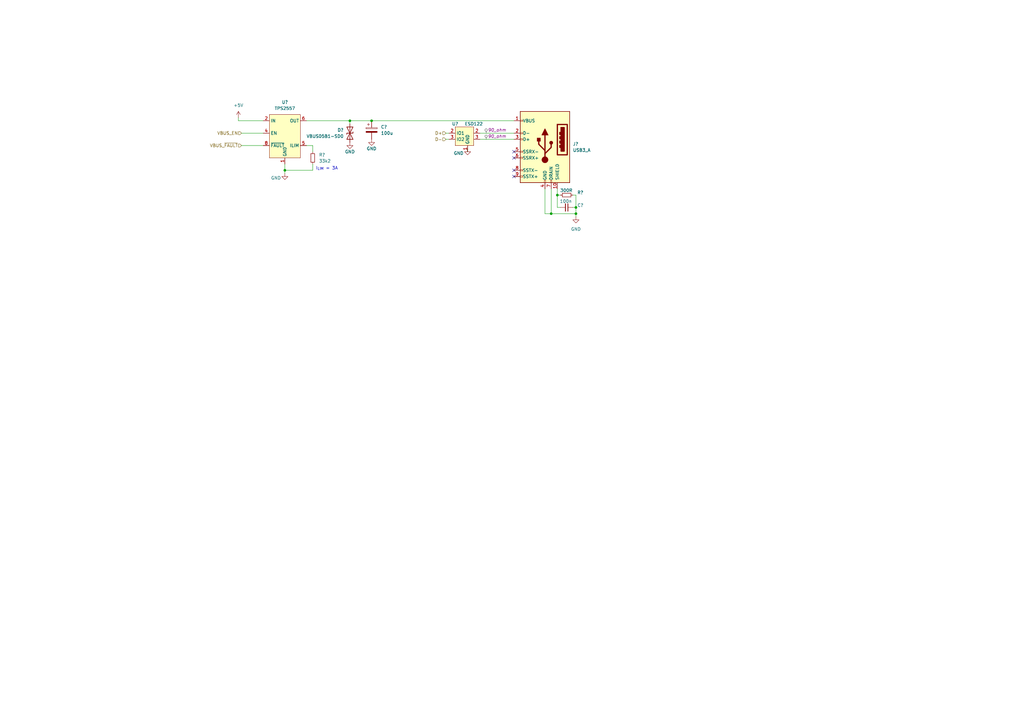
<source format=kicad_sch>
(kicad_sch (version 20230121) (generator eeschema)
  (paper "A3")
  (lib_symbols
    (symbol "Connector:USB3_A" (pin_names (offset 1.016))
      (property "Reference" "J4" (at -11.43 0.635 0))
      (property "Value" "USB3_A" (at -11.43 -1.905 0))
      (symbol "USB3_A_0_0"
        (rectangle (start -9.144 8.636) (end -5.08 -3.81) (stroke (width 0.508)))
        (rectangle (start -7.874 7.366) (end -6.604 -2.286) (stroke (width 0.508)) (fill (type outline)))
        (rectangle (start -6.35 0) (end -6.096 -0.762) (stroke (width 0.508)))
        (rectangle (start -6.35 1.778) (end -6.096 1.016) (stroke (width 0.508)))
        (rectangle (start -6.35 3.556) (end -6.096 2.794) (stroke (width 0.508)))
        (rectangle (start -6.35 5.334) (end -6.096 4.572) (stroke (width 0.508)))
        (rectangle (start -2.794 -15.24) (end -2.286 -14.224))
        (rectangle (start -0.254 -15.24) (end 0.254 -14.224))
        (rectangle (start 10.16 -12.446) (end 9.144 -12.954))
        (rectangle (start 10.16 -9.906) (end 9.144 -10.414))
        (rectangle (start 10.16 -4.826) (end 9.144 -5.334))
        (rectangle (start 10.16 -2.286) (end 9.144 -2.794))
        (rectangle (start 10.16 2.794) (end 9.144 2.286))
        (rectangle (start 10.16 5.334) (end 9.144 4.826))
        (rectangle (start 10.16 10.414) (end 9.144 9.906))
      )
      (symbol "USB3_A_0_1"
        (rectangle (start -10.16 13.97) (end 10.16 -15.24) (stroke (width 0.254)) (fill (type background)))
      )
      (symbol "USB3_A_1_1"
        (circle (center -2.54 1.143) (radius 0.635) (stroke (width 0.254)) (fill (type outline)))
        (circle (center 0 -5.842) (radius 1.27) (fill (type outline)))
        (polyline (pts (xy 0 -5.842) (xy 0 4.318)) (stroke (width 0.508)))
        (polyline (pts (xy 0 -3.302) (xy -2.54 -0.762) (xy -2.54 0.508)) (stroke (width 0.508)))
        (polyline (pts (xy 0 -2.032) (xy 2.54 0.508) (xy 2.54 1.778)) (stroke (width 0.508)))
        (polyline (pts (xy -1.27 4.318) (xy 0 6.858) (xy 1.27 4.318) (xy -1.27 4.318)) (stroke (width 0.254)) (fill (type outline)))
        (rectangle (start 1.905 1.778) (end 3.175 3.048) (stroke (width 0.254)) (fill (type outline)))
        (pin power_in line (at 12.7 10.16 180) (length 2.54) (name "VBUS") (number "1"))
        (pin passive line (at -5.08 -17.78 90) (length 2.54) (name "SHIELD") (number "10"))
        (pin bidirectional line (at 12.7 5.08 180) (length 2.54) (name "D-") (number "2"))
        (pin bidirectional line (at 12.7 2.54 180) (length 2.54) (name "D+") (number "3"))
        (pin power_in line (at 0 -17.78 90) (length 2.54) (name "GND") (number "4"))
        (pin output line (at 12.7 -2.54 180) (length 2.54) (name "SSRX-") (number "5"))
        (pin output line (at 12.7 -5.08 180) (length 2.54) (name "SSRX+") (number "6"))
        (pin passive line (at -2.54 -17.78 90) (length 2.54) (name "DRAIN") (number "7"))
        (pin input line (at 12.7 -10.16 180) (length 2.54) (name "SSTX-") (number "8"))
        (pin input line (at 12.7 -12.7 180) (length 2.54) (name "SSTX+") (number "9"))
      )
    )
    (symbol "Device:C_Polarized" (pin_numbers hide) (pin_names (offset 0.254))
      (property "Reference" "C" (at 0.635 2.54 0))
      (property "Value" "C_Polarized" (at 0.635 -2.54 0))
      (symbol "C_Polarized_0_1"
        (rectangle (start -2.286 0.508) (end 2.286 1.016))
        (polyline (pts (xy -1.778 2.286) (xy -0.762 2.286)))
        (polyline (pts (xy -1.27 2.794) (xy -1.27 1.778)))
        (rectangle (start 2.286 -0.508) (end -2.286 -1.016) (fill (type outline)))
      )
      (symbol "C_Polarized_1_1"
        (pin passive line (at 0 3.81 270) (length 2.794) (name "~") (number "1"))
        (pin passive line (at 0 -3.81 90) (length 2.794) (name "~") (number "2"))
      )
    )
    (symbol "Device:C_Small" (pin_numbers hide) (pin_names (offset 0.254) hide)
      (property "Reference" "C" (at 0.254 1.778 0))
      (property "Value" "C_Small" (at 0.254 -2.032 0))
      (symbol "C_Small_0_1"
        (polyline (pts (xy -1.524 -0.508) (xy 1.524 -0.508)) (stroke (width 0.3302)))
        (polyline (pts (xy -1.524 0.508) (xy 1.524 0.508)) (stroke (width 0.3048)))
      )
      (symbol "C_Small_1_1"
        (pin passive line (at 0 2.54 270) (length 2.032) (name "~") (number "1"))
        (pin passive line (at 0 -2.54 90) (length 2.032) (name "~") (number "2"))
      )
    )
    (symbol "Device:D_TVS" (pin_numbers hide) (pin_names (offset 1.016) hide)
      (property "Reference" "D" (at 0 2.54 0))
      (property "Value" "D_TVS" (at 0 -2.54 0))
      (symbol "D_TVS_0_1"
        (polyline (pts (xy 1.27 0) (xy -1.27 0)))
        (polyline (pts (xy 0.508 1.27) (xy 0 1.27) (xy 0 -1.27) (xy -0.508 -1.27)) (stroke (width 0.254)))
        (polyline (pts (xy -2.54 1.27) (xy -2.54 -1.27) (xy 2.54 1.27) (xy 2.54 -1.27) (xy -2.54 1.27)) (stroke (width 0.254)))
      )
      (symbol "D_TVS_1_1"
        (pin passive line (at -3.81 0 0) (length 2.54) (name "A1") (number "1"))
        (pin passive line (at 3.81 0 180) (length 2.54) (name "A2") (number "2"))
      )
    )
    (symbol "Device:R_Small" (pin_numbers hide) (pin_names (offset 0.254) hide)
      (property "Reference" "R" (at 0.762 0.508 0))
      (property "Value" "R_Small" (at 0.762 -1.016 0))
      (symbol "R_Small_0_1"
        (rectangle (start -0.762 1.778) (end 0.762 -1.778) (stroke (width 0.2032)))
      )
      (symbol "R_Small_1_1"
        (pin passive line (at 0 2.54 270) (length 0.762) (name "~") (number "1"))
        (pin passive line (at 0 -2.54 90) (length 0.762) (name "~") (number "2"))
      )
    )
    (symbol "Interface_USB:ESD122"
      (property "Reference" "U" (at 0 5.08 0))
      (symbol "ESD122_1_1"
        (rectangle (start -5.08 2.54) (end 2.54 -5.08) (fill (type background)))
        (pin input line (at 0 -7.62 90) (length 2.54) (name "GND") (number "1"))
        (pin input line (at 5.08 0 180) (length 2.54) (name "") (number "2"))
        (pin input line (at -7.62 0 0) (length 2.54) (name "IO1") (number "2"))
        (pin input line (at 5.08 -2.54 180) (length 2.54) (name "") (number "3"))
        (pin input line (at -7.62 -2.54 0) (length 2.54) (name "IO2") (number "3"))
      )
    )
    (symbol "Power_Management:TPS2557"
      (property "Reference" "U" (at -6.35 5.08 0))
      (property "Value" "TPS2557" (at 2.54 5.08 0))
      (symbol "TPS2557_1_1"
        (rectangle (start -6.35 3.81) (end 6.35 -13.97) (fill (type background)))
        (pin power_in line (at 0 -16.51 90) (length 2.54) (name "GND") (number "1"))
        (pin power_in line (at -8.89 1.27 0) (length 2.54) (name "IN") (number "2"))
        (pin power_in line (at -8.89 1.27 0) (length 2.54) hide (name "IN") (number "3"))
        (pin input line (at -8.89 -3.81 0) (length 2.54) (name "EN") (number "4"))
        (pin output line (at 8.89 -8.89 180) (length 2.54) (name "ILIM") (number "5"))
        (pin power_out line (at 8.89 1.27 180) (length 2.54) (name "OUT") (number "6"))
        (pin power_out line (at 8.89 1.27 180) (length 2.54) hide (name "OUT") (number "7"))
        (pin power_in line (at -8.89 -8.89 0) (length 2.54) (name "~{FAULT}") (number "8"))
        (pin power_in line (at 0 -16.51 90) (length 2.54) hide (name "GND") (number "9"))
      )
    )
    (symbol "power:+5V" (power) (pin_names (offset 0))
      (property "Value" "+5V" (at 0 3.556 0))
      (symbol "+5V_0_1"
        (polyline (pts (xy -0.762 1.27) (xy 0 2.54)))
        (polyline (pts (xy 0 0) (xy 0 2.54)))
        (polyline (pts (xy 0 2.54) (xy 0.762 1.27)))
      )
      (symbol "+5V_1_1"
        (pin power_in line (at 0 0 90) (length 0) hide (name "+5V") (number "1"))
      )
    )
    (symbol "power:GND" (power) (pin_names (offset 0))
      (property "Value" "GND" (at 0 -3.81 0))
      (symbol "GND_0_1"
        (polyline (pts (xy 0 0) (xy 0 -1.27) (xy 1.27 -1.27) (xy 0 -2.54) (xy -1.27 -1.27) (xy 0 -1.27)))
      )
      (symbol "GND_1_1"
        (pin power_in line (at 0 0 270) (length 0) hide (name "GND") (number "1"))
      )
    )
  )
  (junction (at 152.4 49.53))
  (junction (at 116.84 69.85))
  (junction (at 228.6 80.01))
  (junction (at 226.06 87.63))
  (junction (at 236.22 87.63))
  (junction (at 143.51 49.53))
  (junction (at 236.22 85.09))
  (no_connect (at 210.82 64.77))
  (no_connect (at 210.82 72.39))
  (no_connect (at 210.82 69.85))
  (no_connect (at 210.82 62.23))
  (wire (pts (xy 229.87 80.01) (xy 228.6 80.01)))
  (wire (pts (xy 226.06 77.47) (xy 226.06 87.63)))
  (wire (pts (xy 128.27 59.69) (xy 128.27 62.23)))
  (wire (pts (xy 236.22 80.01) (xy 236.22 85.09)))
  (wire (pts (xy 97.79 48.26) (xy 97.79 49.53)))
  (wire (pts (xy 97.79 49.53) (xy 107.95 49.53)))
  (wire (pts (xy 143.51 49.53) (xy 143.51 50.8)))
  (wire (pts (xy 226.06 87.63) (xy 236.22 87.63)))
  (wire (pts (xy 125.73 49.53) (xy 143.51 49.53)))
  (wire (pts (xy 116.84 69.85) (xy 128.27 69.85)))
  (wire (pts (xy 234.95 85.09) (xy 236.22 85.09)))
  (wire (pts (xy 228.6 77.47) (xy 228.6 80.01)))
  (wire (pts (xy 143.51 49.53) (xy 152.4 49.53)))
  (wire (pts (xy 182.88 57.15) (xy 184.15 57.15)))
  (wire (pts (xy 196.85 54.61) (xy 210.82 54.61)))
  (wire (pts (xy 236.22 80.01) (xy 234.95 80.01)))
  (wire (pts (xy 125.73 59.69) (xy 128.27 59.69)))
  (wire (pts (xy 128.27 67.31) (xy 128.27 69.85)))
  (wire (pts (xy 182.88 54.61) (xy 184.15 54.61)))
  (wire (pts (xy 191.77 60.96) (xy 191.77 62.23)))
  (wire (pts (xy 196.85 57.15) (xy 210.82 57.15)))
  (wire (pts (xy 99.06 59.69) (xy 107.95 59.69)))
  (wire (pts (xy 116.84 71.12) (xy 116.84 69.85)))
  (wire (pts (xy 223.52 77.47) (xy 223.52 87.63)))
  (wire (pts (xy 236.22 88.9) (xy 236.22 87.63)))
  (wire (pts (xy 236.22 87.63) (xy 236.22 85.09)))
  (wire (pts (xy 223.52 87.63) (xy 226.06 87.63)))
  (wire (pts (xy 229.87 85.09) (xy 228.6 85.09)))
  (wire (pts (xy 228.6 80.01) (xy 228.6 85.09)))
  (wire (pts (xy 99.06 54.61) (xy 107.95 54.61)))
  (wire (pts (xy 116.84 67.31) (xy 116.84 69.85)))
  (wire (pts (xy 152.4 49.53) (xy 210.82 49.53)))
  (text "I_{LIM} = 3A\n" (at 129.54 69.85 0) (effects (font (size 1.27 1.27)) (justify left bottom)))
  (hierarchical_label "VBUS_EN" (shape input) (at 99.06 54.61 180))
  (hierarchical_label "D-" (shape input) (at 182.88 57.15 180))
  (hierarchical_label "D+" (shape input) (at 182.88 54.61 180))
  (hierarchical_label "VBUS_~{FAULT}" (shape input) (at 99.06 59.69 180))
  (netclass_flag "" (length 1.27) (shape round) (at 199.39 57.15 0) (property "Netclass" "90_ohm" (at 200.0885 55.88 0) (effects (font italic) (justify left))))
  (netclass_flag "" (length 1.27) (shape round) (at 199.39 54.61 0) (property "Netclass" "90_ohm" (at 200.0885 53.34 0) (effects (font italic) (justify left))))
  (symbol (lib_id "Device:C_Small") (at 232.41 85.09 270) (mirror x) (unit 1)
    (property "Reference" "C?" (at 238.0494 84.1819 90))
    (property "Value" "100n" (at 232.0734 82.5426 90))
    (property "Footprint" "Capacitor_SMD:C_0402_1005Metric" (effects hide))
    (property "LCSC" "C386075" (effects hide))
    (property "MPN" "TMK105B7104KVHF" (effects hide))
    (instances (project "hexahub" (path "" (reference "C?") (unit 1)) (path "" (reference "C?") (unit 1)) (path "" (reference "C156") (unit 1)) (path "" (reference "C158") (unit 1)) (path "" (reference "C160") (unit 1))))
  )
  (symbol (lib_id "power:+5V") (at 97.79 48.26 0) (unit 1)
    (property "Reference" "#PWR?" (effects hide))
    (property "Value" "+5V" (at 97.79 43.18 0))
    (instances (project "hexahub" (path "" (reference "#PWR?") (unit 1)) (path "" (reference "#PWR?") (unit 1)) (path "" (reference "#PWR0180") (unit 1)) (path "" (reference "#PWR0186") (unit 1)) (path "" (reference "#PWR0192") (unit 1))))
  )
  (symbol (lib_id "Power_Management:TPS2557") (at 116.84 50.8 0) (unit 1)
    (property "Reference" "U?" (at 116.84 41.91 0))
    (property "Value" "TPS2557" (at 116.84 44.45 0))
    (property "Footprint" "Package_SON:Texas_VSON-8_3x3mm_P0.65_EP2.4x1.65x2.4mm_ThermalVias" (effects hide))
    (property "Datasheet" "https://www.ti.com/lit/ds/symlink/tps2557.pdf" (effects hide))
    (property "LCSC" "C130056" (effects hide))
    (property "MPN" "TPS2557DRBR" (effects hide))
    (instances (project "hexahub" (path "" (reference "U?") (unit 1)) (path "" (reference "U?") (unit 1)) (path "" (reference "U47") (unit 1)) (path "" (reference "U49") (unit 1)) (path "" (reference "U51") (unit 1))))
  )
  (symbol (lib_id "Interface_USB:ESD122") (at 191.77 54.61 0) (unit 1)
    (property "Reference" "U?" (at 186.69 50.8 0))
    (property "Value" "ESD122" (at 194.31 50.8 0))
    (property "Footprint" "Package_SON:X2SON-3_L1.0-W0.6-L" (effects hide))
    (property "LCSC" "C544474" (effects hide))
    (property "MPN" "ESD122DMXR" (effects hide))
    (instances (project "hexahub" (path "" (reference "U?") (unit 1)) (path "" (reference "U?") (unit 1)) (path "" (reference "U48") (unit 1)) (path "" (reference "U50") (unit 1)) (path "" (reference "U52") (unit 1))))
  )
  (symbol (lib_id "power:GND") (at 143.51 58.42 0) (mirror y) (unit 1)
    (property "Reference" "#PWR?" (effects hide))
    (property "Value" "GND" (at 143.51 62.23 0))
    (instances (project "hexahub" (path "" (reference "#PWR?") (unit 1)) (path "" (reference "#PWR?") (unit 1)) (path "" (reference "#PWR0182") (unit 1)) (path "" (reference "#PWR0188") (unit 1)) (path "" (reference "#PWR0194") (unit 1))))
  )
  (symbol (lib_id "Connector:USB3_A") (at 223.52 59.69 0) (mirror y) (unit 1)
    (property "Reference" "J?" (at 234.95 59.055 0) (effects (justify right)))
    (property "Value" "USB3_A" (at 234.95 61.595 0) (effects (justify right)))
    (property "Footprint" "Connector_USB:USB3_A-TH_U231-091N-4BLCC14-S-5" (effects hide))
    (property "LCSC" "C388644" (effects hide))
    (property "MPN" "U231-091N-4BLCC14-S5" (effects hide))
    (instances (project "hexahub" (path "" (reference "J?") (unit 1)) (path "" (reference "J18") (unit 1)) (path "" (reference "J15") (unit 1)) (path "" (reference "J16") (unit 1)) (path "" (reference "J17") (unit 1)) (path "" (reference "J19") (unit 1)) (path "" (reference "J20") (unit 1))))
  )
  (symbol (lib_id "Device:R_Small") (at 232.41 80.01 270) (mirror x) (unit 1)
    (property "Reference" "R?" (at 238.0167 78.9815 90))
    (property "Value" "300R" (at 232.27 78.0791 90))
    (property "Footprint" "Resistor_SMD:R_0402_1005Metric" (effects hide))
    (property "LCSC" "C25102" (effects hide))
    (property "MPN" "0402WGF3000TCE" (effects hide))
    (instances (project "hexahub" (path "" (reference "R?") (unit 1)) (path "" (reference "R?") (unit 1)) (path "" (reference "R90") (unit 1)) (path "" (reference "R92") (unit 1)) (path "" (reference "R94") (unit 1))))
  )
  (symbol (lib_id "power:GND") (at 152.4 57.15 0) (unit 1)
    (property "Reference" "#PWR?" (effects hide))
    (property "Value" "GND" (at 152.4 60.96 0))
    (instances (project "hexahub" (path "" (reference "#PWR?") (unit 1)) (path "" (reference "#PWR?") (unit 1)) (path "" (reference "#PWR0181") (unit 1)) (path "" (reference "#PWR0187") (unit 1)) (path "" (reference "#PWR0193") (unit 1))))
  )
  (symbol (lib_id "Device:D_TVS") (at 143.51 54.61 270) (mirror x) (unit 1)
    (property "Reference" "D?" (at 140.97 53.34 90) (effects (justify right)))
    (property "Value" "VBUS05B1-SD0\n" (at 140.97 55.88 90) (effects (justify right)))
    (property "Footprint" "Diode_SMD:D_0603_1608Metric" (effects hide))
    (property "LCSC" "C2859524" (effects hide))
    (property "MPN" "VBUS05B1-SD0-G4-08" (effects hide))
    (instances (project "hexahub" (path "" (reference "D?") (unit 1)) (path "" (reference "D?") (unit 1)) (path "" (reference "D9") (unit 1)) (path "" (reference "D10") (unit 1)) (path "" (reference "D11") (unit 1))))
  )
  (symbol (lib_id "Device:R_Small") (at 128.27 64.77 0) (unit 1)
    (property "Reference" "R?" (at 130.81 63.5 0) (effects (justify left)))
    (property "Value" "33k2" (at 130.81 66.04 0) (effects (justify left)))
    (property "Footprint" "Resistor_SMD:R_0402_1005Metric" (effects hide))
    (property "LCSC" "C122548" (effects hide))
    (property "MPN" "0402WGF3322TCE" (effects hide))
    (instances (project "hexahub" (path "" (reference "R?") (unit 1)) (path "" (reference "R?") (unit 1)) (path "" (reference "R89") (unit 1)) (path "" (reference "R91") (unit 1)) (path "" (reference "R93") (unit 1))))
  )
  (symbol (lib_id "power:GND") (at 191.77 60.96 0) (unit 1)
    (property "Reference" "#PWR?" (effects hide))
    (property "Value" "GND" (at 188.1184 62.8331 0))
    (instances (project "hexahub" (path "" (reference "#PWR?") (unit 1)) (path "" (reference "#PWR?") (unit 1)) (path "" (reference "#PWR0183") (unit 1)) (path "" (reference "#PWR0189") (unit 1)) (path "" (reference "#PWR0195") (unit 1))))
  )
  (symbol (lib_id "Device:C_Polarized") (at 152.4 53.34 0) (unit 1)
    (property "Reference" "C?" (at 156.21 52.07 0) (effects (justify left)))
    (property "Value" "100u" (at 156.21 54.61 0) (effects (justify left)))
    (property "Footprint" "Capacitor_SMD:CP_Elec_8x10.5" (effects hide))
    (property "LCSC" "C5162347" (effects hide))
    (property "MPN" "CS1H101M-CRF10" (effects hide))
    (instances (project "hexahub" (path "" (reference "C?") (unit 1)) (path "" (reference "C?") (unit 1)) (path "" (reference "C155") (unit 1)) (path "" (reference "C157") (unit 1)) (path "" (reference "C159") (unit 1))))
  )
  (symbol (lib_id "power:GND") (at 116.84 71.12 0) (unit 1)
    (property "Reference" "#PWR?" (effects hide))
    (property "Value" "GND" (at 113.1884 72.9931 0))
    (instances (project "hexahub" (path "" (reference "#PWR?") (unit 1)) (path "" (reference "#PWR?") (unit 1)) (path "" (reference "#PWR0184") (unit 1)) (path "" (reference "#PWR0190") (unit 1)) (path "" (reference "#PWR0196") (unit 1))))
  )
  (symbol (lib_id "power:GND") (at 236.22 88.9 0) (mirror y) (unit 1)
    (property "Reference" "#PWR?" (effects hide))
    (property "Value" "GND" (at 236.22 93.98 0))
    (instances (project "hexahub" (path "" (reference "#PWR?") (unit 1)) (path "" (reference "#PWR?") (unit 1)) (path "" (reference "#PWR0185") (unit 1)) (path "" (reference "#PWR0191") (unit 1)) (path "" (reference "#PWR0197") (unit 1))))
  )
)
</source>
